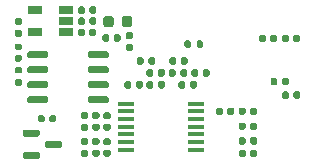
<source format=gbp>
G75*
G70*
%OFA0B0*%
%FSLAX25Y25*%
%IPPOS*%
%LPD*%
%AMOC8*
5,1,8,0,0,1.08239X$1,22.5*
%
%ADD40R,0.05709X0.01772*%
%ADD41R,0.04803X0.02559*%
X0000000Y0000000D02*
%LPD*%
G01*
X0004902Y0004469D02*
%LPD*%
G01*
G36*
G01*
X0084607Y0011828D02*
X0084607Y0013186D01*
G75*
G02*
X0085187Y0013767I0000581J0000000D01*
G01*
X0086349Y0013767D01*
G75*
G02*
X0086930Y0013186I0000000J-000581D01*
G01*
X0086930Y0011828D01*
G75*
G02*
X0086349Y0011247I-000581J0000000D01*
G01*
X0085187Y0011247D01*
G75*
G02*
X0084607Y0011828I0000000J0000581D01*
G01*
G37*
G36*
G01*
X0088426Y0011828D02*
X0088426Y0013186D01*
G75*
G02*
X0089006Y0013767I0000581J0000000D01*
G01*
X0090168Y0013767D01*
G75*
G02*
X0090748Y0013186I0000000J-000581D01*
G01*
X0090748Y0011828D01*
G75*
G02*
X0090168Y0011247I-000581J0000000D01*
G01*
X0089006Y0011247D01*
G75*
G02*
X0088426Y0011828I0000000J0000581D01*
G01*
G37*
G36*
G01*
X0099075Y0027117D02*
X0099075Y0028475D01*
G75*
G02*
X0099656Y0029056I0000581J0000000D01*
G01*
X0100817Y0029056D01*
G75*
G02*
X0101398Y0028475I0000000J-000581D01*
G01*
X0101398Y0027117D01*
G75*
G02*
X0100817Y0026536I-000581J0000000D01*
G01*
X0099656Y0026536D01*
G75*
G02*
X0099075Y0027117I0000000J0000581D01*
G01*
G37*
G36*
G01*
X0102894Y0027117D02*
X0102894Y0028475D01*
G75*
G02*
X0103475Y0029056I0000581J0000000D01*
G01*
X0104636Y0029056D01*
G75*
G02*
X0105217Y0028475I0000000J-000581D01*
G01*
X0105217Y0027117D01*
G75*
G02*
X0104636Y0026536I-000581J0000000D01*
G01*
X0103475Y0026536D01*
G75*
G02*
X0102894Y0027117I0000000J0000581D01*
G01*
G37*
G36*
G01*
X0049193Y0053313D02*
X0049193Y0051295D01*
G75*
G02*
X0048332Y0050434I-000861J0000000D01*
G01*
X0046610Y0050434D01*
G75*
G02*
X0045748Y0051295I0000000J0000861D01*
G01*
X0045748Y0053313D01*
G75*
G02*
X0046610Y0054174I0000861J0000000D01*
G01*
X0048332Y0054174D01*
G75*
G02*
X0049193Y0053313I0000000J-000861D01*
G01*
G37*
G36*
G01*
X0042993Y0053313D02*
X0042993Y0051295D01*
G75*
G02*
X0042131Y0050434I-000861J0000000D01*
G01*
X0040409Y0050434D01*
G75*
G02*
X0039548Y0051295I0000000J0000861D01*
G01*
X0039548Y0053313D01*
G75*
G02*
X0040409Y0054174I0000861J0000000D01*
G01*
X0042131Y0054174D01*
G75*
G02*
X0042993Y0053313I0000000J-000861D01*
G01*
G37*
G36*
G01*
X0090748Y0008987D02*
X0090748Y0007628D01*
G75*
G02*
X0090168Y0007048I-000581J0000000D01*
G01*
X0089006Y0007048D01*
G75*
G02*
X0088426Y0007628I0000000J0000581D01*
G01*
X0088426Y0008987D01*
G75*
G02*
X0089006Y0009567I0000581J0000000D01*
G01*
X0090168Y0009567D01*
G75*
G02*
X0090748Y0008987I0000000J-000581D01*
G01*
G37*
G36*
G01*
X0086930Y0008987D02*
X0086930Y0007628D01*
G75*
G02*
X0086349Y0007048I-000581J0000000D01*
G01*
X0085187Y0007048D01*
G75*
G02*
X0084607Y0007628I0000000J0000581D01*
G01*
X0084607Y0008987D01*
G75*
G02*
X0085187Y0009567I0000581J0000000D01*
G01*
X0086349Y0009567D01*
G75*
G02*
X0086930Y0008987I0000000J-000581D01*
G01*
G37*
G36*
G01*
X0031047Y0047983D02*
X0031047Y0049341D01*
G75*
G02*
X0031627Y0049922I0000581J0000000D01*
G01*
X0032789Y0049922D01*
G75*
G02*
X0033369Y0049341I0000000J-000581D01*
G01*
X0033369Y0047983D01*
G75*
G02*
X0032789Y0047402I-000581J0000000D01*
G01*
X0031627Y0047402D01*
G75*
G02*
X0031047Y0047983I0000000J0000581D01*
G01*
G37*
G36*
G01*
X0034865Y0047983D02*
X0034865Y0049341D01*
G75*
G02*
X0035446Y0049922I0000581J0000000D01*
G01*
X0036608Y0049922D01*
G75*
G02*
X0037188Y0049341I0000000J-000581D01*
G01*
X0037188Y0047983D01*
G75*
G02*
X0036608Y0047402I-000581J0000000D01*
G01*
X0035446Y0047402D01*
G75*
G02*
X0034865Y0047983I0000000J0000581D01*
G01*
G37*
G36*
G01*
X0039134Y0046113D02*
X0039134Y0047471D01*
G75*
G02*
X0039715Y0048052I0000581J0000000D01*
G01*
X0040876Y0048052D01*
G75*
G02*
X0041457Y0047471I0000000J-000581D01*
G01*
X0041457Y0046113D01*
G75*
G02*
X0040876Y0045532I-000581J0000000D01*
G01*
X0039715Y0045532D01*
G75*
G02*
X0039134Y0046113I0000000J0000581D01*
G01*
G37*
G36*
G01*
X0042953Y0046113D02*
X0042953Y0047471D01*
G75*
G02*
X0043534Y0048052I0000581J0000000D01*
G01*
X0044695Y0048052D01*
G75*
G02*
X0045276Y0047471I0000000J-000581D01*
G01*
X0045276Y0046113D01*
G75*
G02*
X0044695Y0045532I-000581J0000000D01*
G01*
X0043534Y0045532D01*
G75*
G02*
X0042953Y0046113I0000000J0000581D01*
G01*
G37*
G36*
G01*
X0010522Y0053445D02*
X0011880Y0053445D01*
G75*
G02*
X0012461Y0052865I0000000J-000581D01*
G01*
X0012461Y0051703D01*
G75*
G02*
X0011880Y0051123I-000581J0000000D01*
G01*
X0010522Y0051123D01*
G75*
G02*
X0009941Y0051703I0000000J0000581D01*
G01*
X0009941Y0052865D01*
G75*
G02*
X0010522Y0053445I0000581J0000000D01*
G01*
G37*
G36*
G01*
X0010522Y0049626D02*
X0011880Y0049626D01*
G75*
G02*
X0012461Y0049046I0000000J-000581D01*
G01*
X0012461Y0047884D01*
G75*
G02*
X0011880Y0047304I-000581J0000000D01*
G01*
X0010522Y0047304D01*
G75*
G02*
X0009941Y0047884I0000000J0000581D01*
G01*
X0009941Y0049046D01*
G75*
G02*
X0010522Y0049626I0000581J0000000D01*
G01*
G37*
G36*
G01*
X0060040Y0035857D02*
X0060040Y0034499D01*
G75*
G02*
X0059459Y0033918I-000581J0000000D01*
G01*
X0058298Y0033918D01*
G75*
G02*
X0057717Y0034499I0000000J0000581D01*
G01*
X0057717Y0035857D01*
G75*
G02*
X0058298Y0036438I0000581J0000000D01*
G01*
X0059459Y0036438D01*
G75*
G02*
X0060040Y0035857I0000000J-000581D01*
G01*
G37*
G36*
G01*
X0056221Y0035857D02*
X0056221Y0034499D01*
G75*
G02*
X0055640Y0033918I-000581J0000000D01*
G01*
X0054479Y0033918D01*
G75*
G02*
X0053898Y0034499I0000000J0000581D01*
G01*
X0053898Y0035857D01*
G75*
G02*
X0054479Y0036438I0000581J0000000D01*
G01*
X0055640Y0036438D01*
G75*
G02*
X0056221Y0035857I0000000J-000581D01*
G01*
G37*
G36*
G01*
X0053898Y0030562D02*
X0053898Y0031920D01*
G75*
G02*
X0054479Y0032500I0000581J0000000D01*
G01*
X0055640Y0032500D01*
G75*
G02*
X0056221Y0031920I0000000J-000581D01*
G01*
X0056221Y0030562D01*
G75*
G02*
X0055640Y0029981I-000581J0000000D01*
G01*
X0054479Y0029981D01*
G75*
G02*
X0053898Y0030562I0000000J0000581D01*
G01*
G37*
G36*
G01*
X0057717Y0030562D02*
X0057717Y0031920D01*
G75*
G02*
X0058298Y0032500I0000581J0000000D01*
G01*
X0059459Y0032500D01*
G75*
G02*
X0060040Y0031920I0000000J-000581D01*
G01*
X0060040Y0030562D01*
G75*
G02*
X0059459Y0029981I-000581J0000000D01*
G01*
X0058298Y0029981D01*
G75*
G02*
X0057717Y0030562I0000000J0000581D01*
G01*
G37*
G36*
G01*
X0101378Y0033002D02*
X0101378Y0031644D01*
G75*
G02*
X0100798Y0031063I-000581J0000000D01*
G01*
X0099636Y0031063D01*
G75*
G02*
X0099056Y0031644I0000000J0000581D01*
G01*
X0099056Y0033002D01*
G75*
G02*
X0099636Y0033583I0000581J0000000D01*
G01*
X0100798Y0033583D01*
G75*
G02*
X0101378Y0033002I0000000J-000581D01*
G01*
G37*
G36*
G01*
X0097559Y0033002D02*
X0097559Y0031644D01*
G75*
G02*
X0096979Y0031063I-000581J0000000D01*
G01*
X0095817Y0031063D01*
G75*
G02*
X0095237Y0031644I0000000J0000581D01*
G01*
X0095237Y0033002D01*
G75*
G02*
X0095817Y0033583I0000581J0000000D01*
G01*
X0096979Y0033583D01*
G75*
G02*
X0097559Y0033002I0000000J-000581D01*
G01*
G37*
D40*
X0047028Y0009587D03*
X0047028Y0012146D03*
X0047028Y0014705D03*
X0047028Y0017264D03*
X0047028Y0019823D03*
X0047028Y0022382D03*
X0047028Y0024941D03*
X0070256Y0024941D03*
X0070256Y0022382D03*
X0070256Y0019823D03*
X0070256Y0017264D03*
X0070256Y0014705D03*
X0070256Y0012146D03*
X0070256Y0009587D03*
G36*
G01*
X0037205Y0053081D02*
X0037205Y0051723D01*
G75*
G02*
X0036624Y0051142I-000581J0000000D01*
G01*
X0035463Y0051142D01*
G75*
G02*
X0034882Y0051723I0000000J0000581D01*
G01*
X0034882Y0053081D01*
G75*
G02*
X0035463Y0053662I0000581J0000000D01*
G01*
X0036624Y0053662D01*
G75*
G02*
X0037205Y0053081I0000000J-000581D01*
G01*
G37*
G36*
G01*
X0033386Y0053081D02*
X0033386Y0051723D01*
G75*
G02*
X0032806Y0051142I-000581J0000000D01*
G01*
X0031644Y0051142D01*
G75*
G02*
X0031063Y0051723I0000000J0000581D01*
G01*
X0031063Y0053081D01*
G75*
G02*
X0031644Y0053662I0000581J0000000D01*
G01*
X0032806Y0053662D01*
G75*
G02*
X0033386Y0053081I0000000J-000581D01*
G01*
G37*
G36*
G01*
X0031063Y0055463D02*
X0031063Y0056821D01*
G75*
G02*
X0031644Y0057402I0000581J0000000D01*
G01*
X0032806Y0057402D01*
G75*
G02*
X0033386Y0056821I0000000J-000581D01*
G01*
X0033386Y0055463D01*
G75*
G02*
X0032806Y0054882I-000581J0000000D01*
G01*
X0031644Y0054882D01*
G75*
G02*
X0031063Y0055463I0000000J0000581D01*
G01*
G37*
G36*
G01*
X0034882Y0055463D02*
X0034882Y0056821D01*
G75*
G02*
X0035463Y0057402I0000581J0000000D01*
G01*
X0036624Y0057402D01*
G75*
G02*
X0037205Y0056821I0000000J-000581D01*
G01*
X0037205Y0055463D01*
G75*
G02*
X0036624Y0054882I-000581J0000000D01*
G01*
X0035463Y0054882D01*
G75*
G02*
X0034882Y0055463I0000000J0000581D01*
G01*
G37*
G36*
G01*
X0091300Y0046014D02*
X0091300Y0047373D01*
G75*
G02*
X0091880Y0047953I0000581J0000000D01*
G01*
X0093042Y0047953D01*
G75*
G02*
X0093622Y0047373I0000000J-000581D01*
G01*
X0093622Y0046014D01*
G75*
G02*
X0093042Y0045434I-000581J0000000D01*
G01*
X0091880Y0045434D01*
G75*
G02*
X0091300Y0046014I0000000J0000581D01*
G01*
G37*
G36*
G01*
X0095119Y0046014D02*
X0095119Y0047373D01*
G75*
G02*
X0095699Y0047953I0000581J0000000D01*
G01*
X0096861Y0047953D01*
G75*
G02*
X0097441Y0047373I0000000J-000581D01*
G01*
X0097441Y0046014D01*
G75*
G02*
X0096861Y0045434I-000581J0000000D01*
G01*
X0095699Y0045434D01*
G75*
G02*
X0095119Y0046014I0000000J0000581D01*
G01*
G37*
G36*
G01*
X0084607Y0016716D02*
X0084607Y0018075D01*
G75*
G02*
X0085187Y0018655I0000581J0000000D01*
G01*
X0086349Y0018655D01*
G75*
G02*
X0086930Y0018075I0000000J-000581D01*
G01*
X0086930Y0016716D01*
G75*
G02*
X0086349Y0016136I-000581J0000000D01*
G01*
X0085187Y0016136D01*
G75*
G02*
X0084607Y0016716I0000000J0000581D01*
G01*
G37*
G36*
G01*
X0088426Y0016716D02*
X0088426Y0018075D01*
G75*
G02*
X0089006Y0018655I0000581J0000000D01*
G01*
X0090168Y0018655D01*
G75*
G02*
X0090748Y0018075I0000000J-000581D01*
G01*
X0090748Y0016716D01*
G75*
G02*
X0090168Y0016136I-000581J0000000D01*
G01*
X0089006Y0016136D01*
G75*
G02*
X0088426Y0016716I0000000J0000581D01*
G01*
G37*
G36*
G01*
X0056792Y0039794D02*
X0056792Y0038436D01*
G75*
G02*
X0056211Y0037855I-000581J0000000D01*
G01*
X0055050Y0037855D01*
G75*
G02*
X0054469Y0038436I0000000J0000581D01*
G01*
X0054469Y0039794D01*
G75*
G02*
X0055050Y0040375I0000581J0000000D01*
G01*
X0056211Y0040375D01*
G75*
G02*
X0056792Y0039794I0000000J-000581D01*
G01*
G37*
G36*
G01*
X0052973Y0039794D02*
X0052973Y0038436D01*
G75*
G02*
X0052392Y0037855I-000581J0000000D01*
G01*
X0051231Y0037855D01*
G75*
G02*
X0050650Y0038436I0000000J0000581D01*
G01*
X0050650Y0039794D01*
G75*
G02*
X0051231Y0040375I0000581J0000000D01*
G01*
X0052392Y0040375D01*
G75*
G02*
X0052973Y0039794I0000000J-000581D01*
G01*
G37*
G36*
G01*
X0105119Y0047373D02*
X0105119Y0046014D01*
G75*
G02*
X0104538Y0045434I-000581J0000000D01*
G01*
X0103376Y0045434D01*
G75*
G02*
X0102796Y0046014I0000000J0000581D01*
G01*
X0102796Y0047373D01*
G75*
G02*
X0103376Y0047953I0000581J0000000D01*
G01*
X0104538Y0047953D01*
G75*
G02*
X0105119Y0047373I0000000J-000581D01*
G01*
G37*
G36*
G01*
X0101300Y0047373D02*
X0101300Y0046014D01*
G75*
G02*
X0100719Y0045434I-000581J0000000D01*
G01*
X0099558Y0045434D01*
G75*
G02*
X0098977Y0046014I0000000J0000581D01*
G01*
X0098977Y0047373D01*
G75*
G02*
X0099558Y0047953I0000581J0000000D01*
G01*
X0100719Y0047953D01*
G75*
G02*
X0101300Y0047373I0000000J-000581D01*
G01*
G37*
G36*
G01*
X0052658Y0031920D02*
X0052658Y0030562D01*
G75*
G02*
X0052077Y0029981I-000581J0000000D01*
G01*
X0050916Y0029981D01*
G75*
G02*
X0050335Y0030562I0000000J0000581D01*
G01*
X0050335Y0031920D01*
G75*
G02*
X0050916Y0032500I0000581J0000000D01*
G01*
X0052077Y0032500D01*
G75*
G02*
X0052658Y0031920I0000000J-000581D01*
G01*
G37*
G36*
G01*
X0048839Y0031920D02*
X0048839Y0030562D01*
G75*
G02*
X0048258Y0029981I-000581J0000000D01*
G01*
X0047097Y0029981D01*
G75*
G02*
X0046516Y0030562I0000000J0000581D01*
G01*
X0046516Y0031920D01*
G75*
G02*
X0047097Y0032500I0000581J0000000D01*
G01*
X0048258Y0032500D01*
G75*
G02*
X0048839Y0031920I0000000J-000581D01*
G01*
G37*
G36*
G01*
X0041408Y0007304D02*
X0040050Y0007304D01*
G75*
G02*
X0039469Y0007884I0000000J0000581D01*
G01*
X0039469Y0009046D01*
G75*
G02*
X0040050Y0009626I0000581J0000000D01*
G01*
X0041408Y0009626D01*
G75*
G02*
X0041989Y0009046I0000000J-000581D01*
G01*
X0041989Y0007884D01*
G75*
G02*
X0041408Y0007304I-000581J0000000D01*
G01*
G37*
G36*
G01*
X0041408Y0011123D02*
X0040050Y0011123D01*
G75*
G02*
X0039469Y0011703I0000000J0000581D01*
G01*
X0039469Y0012865D01*
G75*
G02*
X0040050Y0013445I0000581J0000000D01*
G01*
X0041408Y0013445D01*
G75*
G02*
X0041989Y0012865I0000000J-000581D01*
G01*
X0041989Y0011703D01*
G75*
G02*
X0041408Y0011123I-000581J0000000D01*
G01*
G37*
G36*
G01*
X0067520Y0035857D02*
X0067520Y0034499D01*
G75*
G02*
X0066939Y0033918I-000581J0000000D01*
G01*
X0065778Y0033918D01*
G75*
G02*
X0065197Y0034499I0000000J0000581D01*
G01*
X0065197Y0035857D01*
G75*
G02*
X0065778Y0036438I0000581J0000000D01*
G01*
X0066939Y0036438D01*
G75*
G02*
X0067520Y0035857I0000000J-000581D01*
G01*
G37*
G36*
G01*
X0063701Y0035857D02*
X0063701Y0034499D01*
G75*
G02*
X0063121Y0033918I-000581J0000000D01*
G01*
X0061959Y0033918D01*
G75*
G02*
X0061378Y0034499I0000000J0000581D01*
G01*
X0061378Y0035857D01*
G75*
G02*
X0061959Y0036438I0000581J0000000D01*
G01*
X0063121Y0036438D01*
G75*
G02*
X0063701Y0035857I0000000J-000581D01*
G01*
G37*
G36*
G01*
X0068859Y0034499D02*
X0068859Y0035857D01*
G75*
G02*
X0069439Y0036438I0000581J0000000D01*
G01*
X0070601Y0036438D01*
G75*
G02*
X0071182Y0035857I0000000J-000581D01*
G01*
X0071182Y0034499D01*
G75*
G02*
X0070601Y0033918I-000581J0000000D01*
G01*
X0069439Y0033918D01*
G75*
G02*
X0068859Y0034499I0000000J0000581D01*
G01*
G37*
G36*
G01*
X0072678Y0034499D02*
X0072678Y0035857D01*
G75*
G02*
X0073258Y0036438I0000581J0000000D01*
G01*
X0074420Y0036438D01*
G75*
G02*
X0075000Y0035857I0000000J-000581D01*
G01*
X0075000Y0034499D01*
G75*
G02*
X0074420Y0033918I-000581J0000000D01*
G01*
X0073258Y0033918D01*
G75*
G02*
X0072678Y0034499I0000000J0000581D01*
G01*
G37*
G36*
G01*
X0037668Y0007304D02*
X0036309Y0007304D01*
G75*
G02*
X0035729Y0007884I0000000J0000581D01*
G01*
X0035729Y0009046D01*
G75*
G02*
X0036309Y0009626I0000581J0000000D01*
G01*
X0037668Y0009626D01*
G75*
G02*
X0038248Y0009046I0000000J-000581D01*
G01*
X0038248Y0007884D01*
G75*
G02*
X0037668Y0007304I-000581J0000000D01*
G01*
G37*
G36*
G01*
X0037668Y0011123D02*
X0036309Y0011123D01*
G75*
G02*
X0035729Y0011703I0000000J0000581D01*
G01*
X0035729Y0012865D01*
G75*
G02*
X0036309Y0013445I0000581J0000000D01*
G01*
X0037668Y0013445D01*
G75*
G02*
X0038248Y0012865I0000000J-000581D01*
G01*
X0038248Y0011703D01*
G75*
G02*
X0037668Y0011123I-000581J0000000D01*
G01*
G37*
D41*
X0026989Y0056142D03*
X0026989Y0052402D03*
X0026989Y0048662D03*
X0016674Y0048662D03*
X0016674Y0056142D03*
G36*
G01*
X0061477Y0038436D02*
X0061477Y0039794D01*
G75*
G02*
X0062058Y0040375I0000581J0000000D01*
G01*
X0063219Y0040375D01*
G75*
G02*
X0063800Y0039794I0000000J-000581D01*
G01*
X0063800Y0038436D01*
G75*
G02*
X0063219Y0037855I-000581J0000000D01*
G01*
X0062058Y0037855D01*
G75*
G02*
X0061477Y0038436I0000000J0000581D01*
G01*
G37*
G36*
G01*
X0065296Y0038436D02*
X0065296Y0039794D01*
G75*
G02*
X0065876Y0040375I0000581J0000000D01*
G01*
X0067038Y0040375D01*
G75*
G02*
X0067619Y0039794I0000000J-000581D01*
G01*
X0067619Y0038436D01*
G75*
G02*
X0067038Y0037855I-000581J0000000D01*
G01*
X0065876Y0037855D01*
G75*
G02*
X0065296Y0038436I0000000J0000581D01*
G01*
G37*
G36*
G01*
X0048888Y0042540D02*
X0047530Y0042540D01*
G75*
G02*
X0046949Y0043121I0000000J0000581D01*
G01*
X0046949Y0044282D01*
G75*
G02*
X0047530Y0044863I0000581J0000000D01*
G01*
X0048888Y0044863D01*
G75*
G02*
X0049469Y0044282I0000000J-000581D01*
G01*
X0049469Y0043121D01*
G75*
G02*
X0048888Y0042540I-000581J0000000D01*
G01*
G37*
G36*
G01*
X0048888Y0046359D02*
X0047530Y0046359D01*
G75*
G02*
X0046949Y0046939I0000000J0000581D01*
G01*
X0046949Y0048101D01*
G75*
G02*
X0047530Y0048682I0000581J0000000D01*
G01*
X0048888Y0048682D01*
G75*
G02*
X0049469Y0048101I0000000J-000581D01*
G01*
X0049469Y0046939D01*
G75*
G02*
X0048888Y0046359I-000581J0000000D01*
G01*
G37*
G36*
G01*
X0040050Y0022107D02*
X0041408Y0022107D01*
G75*
G02*
X0041989Y0021526I0000000J-000581D01*
G01*
X0041989Y0020365D01*
G75*
G02*
X0041408Y0019784I-000581J0000000D01*
G01*
X0040050Y0019784D01*
G75*
G02*
X0039469Y0020365I0000000J0000581D01*
G01*
X0039469Y0021526D01*
G75*
G02*
X0040050Y0022107I0000581J0000000D01*
G01*
G37*
G36*
G01*
X0040050Y0018288D02*
X0041408Y0018288D01*
G75*
G02*
X0041989Y0017707I0000000J-000581D01*
G01*
X0041989Y0016546D01*
G75*
G02*
X0041408Y0015965I-000581J0000000D01*
G01*
X0040050Y0015965D01*
G75*
G02*
X0039469Y0016546I0000000J0000581D01*
G01*
X0039469Y0017707D01*
G75*
G02*
X0040050Y0018288I0000581J0000000D01*
G01*
G37*
G36*
G01*
X0083170Y0023062D02*
X0083170Y0021703D01*
G75*
G02*
X0082589Y0021123I-000581J0000000D01*
G01*
X0081428Y0021123D01*
G75*
G02*
X0080847Y0021703I0000000J0000581D01*
G01*
X0080847Y0023062D01*
G75*
G02*
X0081428Y0023642I0000581J0000000D01*
G01*
X0082589Y0023642D01*
G75*
G02*
X0083170Y0023062I0000000J-000581D01*
G01*
G37*
G36*
G01*
X0079351Y0023062D02*
X0079351Y0021703D01*
G75*
G02*
X0078770Y0021123I-000581J0000000D01*
G01*
X0077609Y0021123D01*
G75*
G02*
X0077028Y0021703I0000000J0000581D01*
G01*
X0077028Y0023062D01*
G75*
G02*
X0077609Y0023642I0000581J0000000D01*
G01*
X0078770Y0023642D01*
G75*
G02*
X0079351Y0023062I0000000J-000581D01*
G01*
G37*
G36*
G01*
X0090748Y0023062D02*
X0090748Y0021703D01*
G75*
G02*
X0090168Y0021123I-000581J0000000D01*
G01*
X0089006Y0021123D01*
G75*
G02*
X0088426Y0021703I0000000J0000581D01*
G01*
X0088426Y0023062D01*
G75*
G02*
X0089006Y0023642I0000581J0000000D01*
G01*
X0090168Y0023642D01*
G75*
G02*
X0090748Y0023062I0000000J-000581D01*
G01*
G37*
G36*
G01*
X0086930Y0023062D02*
X0086930Y0021703D01*
G75*
G02*
X0086349Y0021123I-000581J0000000D01*
G01*
X0085187Y0021123D01*
G75*
G02*
X0084607Y0021703I0000000J0000581D01*
G01*
X0084607Y0023062D01*
G75*
G02*
X0085187Y0023642I0000581J0000000D01*
G01*
X0086349Y0023642D01*
G75*
G02*
X0086930Y0023062I0000000J-000581D01*
G01*
G37*
G36*
G01*
X0036309Y0022107D02*
X0037668Y0022107D01*
G75*
G02*
X0038248Y0021526I0000000J-000581D01*
G01*
X0038248Y0020365D01*
G75*
G02*
X0037668Y0019784I-000581J0000000D01*
G01*
X0036309Y0019784D01*
G75*
G02*
X0035729Y0020365I0000000J0000581D01*
G01*
X0035729Y0021526D01*
G75*
G02*
X0036309Y0022107I0000581J0000000D01*
G01*
G37*
G36*
G01*
X0036309Y0018288D02*
X0037668Y0018288D01*
G75*
G02*
X0038248Y0017707I0000000J-000581D01*
G01*
X0038248Y0016546D01*
G75*
G02*
X0037668Y0015965I-000581J0000000D01*
G01*
X0036309Y0015965D01*
G75*
G02*
X0035729Y0016546I0000000J0000581D01*
G01*
X0035729Y0017707D01*
G75*
G02*
X0036309Y0018288I0000581J0000000D01*
G01*
G37*
G36*
G01*
X0070670Y0031920D02*
X0070670Y0030562D01*
G75*
G02*
X0070089Y0029981I-000581J0000000D01*
G01*
X0068928Y0029981D01*
G75*
G02*
X0068347Y0030562I0000000J0000581D01*
G01*
X0068347Y0031920D01*
G75*
G02*
X0068928Y0032500I0000581J0000000D01*
G01*
X0070089Y0032500D01*
G75*
G02*
X0070670Y0031920I0000000J-000581D01*
G01*
G37*
G36*
G01*
X0066851Y0031920D02*
X0066851Y0030562D01*
G75*
G02*
X0066270Y0029981I-000581J0000000D01*
G01*
X0065109Y0029981D01*
G75*
G02*
X0064528Y0030562I0000000J0000581D01*
G01*
X0064528Y0031920D01*
G75*
G02*
X0065109Y0032500I0000581J0000000D01*
G01*
X0066270Y0032500D01*
G75*
G02*
X0066851Y0031920I0000000J-000581D01*
G01*
G37*
G36*
G01*
X0032569Y0022107D02*
X0033928Y0022107D01*
G75*
G02*
X0034508Y0021526I0000000J-000581D01*
G01*
X0034508Y0020365D01*
G75*
G02*
X0033928Y0019784I-000581J0000000D01*
G01*
X0032569Y0019784D01*
G75*
G02*
X0031989Y0020365I0000000J0000581D01*
G01*
X0031989Y0021526D01*
G75*
G02*
X0032569Y0022107I0000581J0000000D01*
G01*
G37*
G36*
G01*
X0032569Y0018288D02*
X0033928Y0018288D01*
G75*
G02*
X0034508Y0017707I0000000J-000581D01*
G01*
X0034508Y0016546D01*
G75*
G02*
X0033928Y0015965I-000581J0000000D01*
G01*
X0032569Y0015965D01*
G75*
G02*
X0031989Y0016546I0000000J0000581D01*
G01*
X0031989Y0017707D01*
G75*
G02*
X0032569Y0018288I0000581J0000000D01*
G01*
G37*
G36*
G01*
X0032569Y0013445D02*
X0033928Y0013445D01*
G75*
G02*
X0034508Y0012865I0000000J-000581D01*
G01*
X0034508Y0011703D01*
G75*
G02*
X0033928Y0011123I-000581J0000000D01*
G01*
X0032569Y0011123D01*
G75*
G02*
X0031989Y0011703I0000000J0000581D01*
G01*
X0031989Y0012865D01*
G75*
G02*
X0032569Y0013445I0000581J0000000D01*
G01*
G37*
G36*
G01*
X0032569Y0009626D02*
X0033928Y0009626D01*
G75*
G02*
X0034508Y0009046I0000000J-000581D01*
G01*
X0034508Y0007884D01*
G75*
G02*
X0033928Y0007304I-000581J0000000D01*
G01*
X0032569Y0007304D01*
G75*
G02*
X0031989Y0007884I0000000J0000581D01*
G01*
X0031989Y0009046D01*
G75*
G02*
X0032569Y0009626I0000581J0000000D01*
G01*
G37*
G36*
G01*
X0017756Y0019252D02*
X0017756Y0020591D01*
G75*
G02*
X0018307Y0021142I0000551J0000000D01*
G01*
X0019410Y0021142D01*
G75*
G02*
X0019961Y0020591I0000000J-000551D01*
G01*
X0019961Y0019252D01*
G75*
G02*
X0019410Y0018701I-000551J0000000D01*
G01*
X0018307Y0018701D01*
G75*
G02*
X0017756Y0019252I0000000J0000551D01*
G01*
G37*
G36*
G01*
X0021536Y0019252D02*
X0021536Y0020591D01*
G75*
G02*
X0022087Y0021142I0000551J0000000D01*
G01*
X0023189Y0021142D01*
G75*
G02*
X0023740Y0020591I0000000J-000551D01*
G01*
X0023740Y0019252D01*
G75*
G02*
X0023189Y0018701I-000551J0000000D01*
G01*
X0022087Y0018701D01*
G75*
G02*
X0021536Y0019252I0000000J0000551D01*
G01*
G37*
G36*
G01*
X0072697Y0045512D02*
X0072697Y0044056D01*
G75*
G02*
X0072166Y0043524I-000531J0000000D01*
G01*
X0071103Y0043524D01*
G75*
G02*
X0070571Y0044056I0000000J0000531D01*
G01*
X0070571Y0045512D01*
G75*
G02*
X0071103Y0046044I0000531J0000000D01*
G01*
X0072166Y0046044D01*
G75*
G02*
X0072697Y0045512I0000000J-000531D01*
G01*
G37*
G36*
G01*
X0068682Y0045512D02*
X0068682Y0044056D01*
G75*
G02*
X0068150Y0043524I-000531J0000000D01*
G01*
X0067087Y0043524D01*
G75*
G02*
X0066556Y0044056I0000000J0000531D01*
G01*
X0066556Y0045512D01*
G75*
G02*
X0067087Y0046044I0000531J0000000D01*
G01*
X0068150Y0046044D01*
G75*
G02*
X0068682Y0045512I0000000J-000531D01*
G01*
G37*
G36*
G01*
X0011969Y0030979D02*
X0010512Y0030979D01*
G75*
G02*
X0009981Y0031511I0000000J0000531D01*
G01*
X0009981Y0032574D01*
G75*
G02*
X0010512Y0033105I0000531J0000000D01*
G01*
X0011969Y0033105D01*
G75*
G02*
X0012500Y0032574I0000000J-000531D01*
G01*
X0012500Y0031511D01*
G75*
G02*
X0011969Y0030979I-000531J0000000D01*
G01*
G37*
G36*
G01*
X0011969Y0034995D02*
X0010512Y0034995D01*
G75*
G02*
X0009981Y0035527I0000000J0000531D01*
G01*
X0009981Y0036590D01*
G75*
G02*
X0010512Y0037121I0000531J0000000D01*
G01*
X0011969Y0037121D01*
G75*
G02*
X0012500Y0036590I0000000J-000531D01*
G01*
X0012500Y0035527D01*
G75*
G02*
X0011969Y0034995I-000531J0000000D01*
G01*
G37*
G36*
G01*
X0012579Y0007028D02*
X0012579Y0008209D01*
G75*
G02*
X0013170Y0008800I0000591J0000000D01*
G01*
X0017796Y0008800D01*
G75*
G02*
X0018386Y0008209I0000000J-000591D01*
G01*
X0018386Y0007028D01*
G75*
G02*
X0017796Y0006438I-000591J0000000D01*
G01*
X0013170Y0006438D01*
G75*
G02*
X0012579Y0007028I0000000J0000591D01*
G01*
G37*
G36*
G01*
X0012579Y0014508D02*
X0012579Y0015689D01*
G75*
G02*
X0013170Y0016280I0000591J0000000D01*
G01*
X0017796Y0016280D01*
G75*
G02*
X0018386Y0015689I0000000J-000591D01*
G01*
X0018386Y0014508D01*
G75*
G02*
X0017796Y0013918I-000591J0000000D01*
G01*
X0013170Y0013918D01*
G75*
G02*
X0012579Y0014508I0000000J0000591D01*
G01*
G37*
G36*
G01*
X0019961Y0010768D02*
X0019961Y0011949D01*
G75*
G02*
X0020552Y0012540I0000591J0000000D01*
G01*
X0025178Y0012540D01*
G75*
G02*
X0025768Y0011949I0000000J-000591D01*
G01*
X0025768Y0010768D01*
G75*
G02*
X0025178Y0010178I-000591J0000000D01*
G01*
X0020552Y0010178D01*
G75*
G02*
X0019961Y0010768I0000000J0000591D01*
G01*
G37*
G36*
G01*
X0010532Y0044960D02*
X0011871Y0044960D01*
G75*
G02*
X0012422Y0044408I0000000J-000551D01*
G01*
X0012422Y0043306D01*
G75*
G02*
X0011871Y0042755I-000551J0000000D01*
G01*
X0010532Y0042755D01*
G75*
G02*
X0009981Y0043306I0000000J0000551D01*
G01*
X0009981Y0044408D01*
G75*
G02*
X0010532Y0044960I0000551J0000000D01*
G01*
G37*
G36*
G01*
X0010532Y0041180D02*
X0011871Y0041180D01*
G75*
G02*
X0012422Y0040629I0000000J-000551D01*
G01*
X0012422Y0039527D01*
G75*
G02*
X0011871Y0038975I-000551J0000000D01*
G01*
X0010532Y0038975D01*
G75*
G02*
X0009981Y0039527I0000000J0000551D01*
G01*
X0009981Y0040629D01*
G75*
G02*
X0010532Y0041180I0000551J0000000D01*
G01*
G37*
G36*
G01*
X0041319Y0041889D02*
X0041319Y0040708D01*
G75*
G02*
X0040729Y0040117I-000591J0000000D01*
G01*
X0035020Y0040117D01*
G75*
G02*
X0034430Y0040708I0000000J0000591D01*
G01*
X0034430Y0041889D01*
G75*
G02*
X0035020Y0042479I0000591J0000000D01*
G01*
X0040729Y0042479D01*
G75*
G02*
X0041319Y0041889I0000000J-000591D01*
G01*
G37*
G36*
G01*
X0041319Y0036889D02*
X0041319Y0035708D01*
G75*
G02*
X0040729Y0035117I-000591J0000000D01*
G01*
X0035020Y0035117D01*
G75*
G02*
X0034430Y0035708I0000000J0000591D01*
G01*
X0034430Y0036889D01*
G75*
G02*
X0035020Y0037479I0000591J0000000D01*
G01*
X0040729Y0037479D01*
G75*
G02*
X0041319Y0036889I0000000J-000591D01*
G01*
G37*
G36*
G01*
X0041319Y0031889D02*
X0041319Y0030708D01*
G75*
G02*
X0040729Y0030117I-000591J0000000D01*
G01*
X0035020Y0030117D01*
G75*
G02*
X0034430Y0030708I0000000J0000591D01*
G01*
X0034430Y0031889D01*
G75*
G02*
X0035020Y0032479I0000591J0000000D01*
G01*
X0040729Y0032479D01*
G75*
G02*
X0041319Y0031889I0000000J-000591D01*
G01*
G37*
G36*
G01*
X0041319Y0026889D02*
X0041319Y0025708D01*
G75*
G02*
X0040729Y0025117I-000591J0000000D01*
G01*
X0035020Y0025117D01*
G75*
G02*
X0034430Y0025708I0000000J0000591D01*
G01*
X0034430Y0026889D01*
G75*
G02*
X0035020Y0027479I0000591J0000000D01*
G01*
X0040729Y0027479D01*
G75*
G02*
X0041319Y0026889I0000000J-000591D01*
G01*
G37*
G36*
G01*
X0021044Y0026889D02*
X0021044Y0025708D01*
G75*
G02*
X0020453Y0025117I-000591J0000000D01*
G01*
X0014745Y0025117D01*
G75*
G02*
X0014154Y0025708I0000000J0000591D01*
G01*
X0014154Y0026889D01*
G75*
G02*
X0014745Y0027479I0000591J0000000D01*
G01*
X0020453Y0027479D01*
G75*
G02*
X0021044Y0026889I0000000J-000591D01*
G01*
G37*
G36*
G01*
X0021044Y0031889D02*
X0021044Y0030708D01*
G75*
G02*
X0020453Y0030117I-000591J0000000D01*
G01*
X0014745Y0030117D01*
G75*
G02*
X0014154Y0030708I0000000J0000591D01*
G01*
X0014154Y0031889D01*
G75*
G02*
X0014745Y0032479I0000591J0000000D01*
G01*
X0020453Y0032479D01*
G75*
G02*
X0021044Y0031889I0000000J-000591D01*
G01*
G37*
G36*
G01*
X0021044Y0036889D02*
X0021044Y0035708D01*
G75*
G02*
X0020453Y0035117I-000591J0000000D01*
G01*
X0014745Y0035117D01*
G75*
G02*
X0014154Y0035708I0000000J0000591D01*
G01*
X0014154Y0036889D01*
G75*
G02*
X0014745Y0037479I0000591J0000000D01*
G01*
X0020453Y0037479D01*
G75*
G02*
X0021044Y0036889I0000000J-000591D01*
G01*
G37*
G36*
G01*
X0021044Y0041889D02*
X0021044Y0040708D01*
G75*
G02*
X0020453Y0040117I-000591J0000000D01*
G01*
X0014745Y0040117D01*
G75*
G02*
X0014154Y0040708I0000000J0000591D01*
G01*
X0014154Y0041889D01*
G75*
G02*
X0014745Y0042479I0000591J0000000D01*
G01*
X0020453Y0042479D01*
G75*
G02*
X0021044Y0041889I0000000J-000591D01*
G01*
G37*
M02*

</source>
